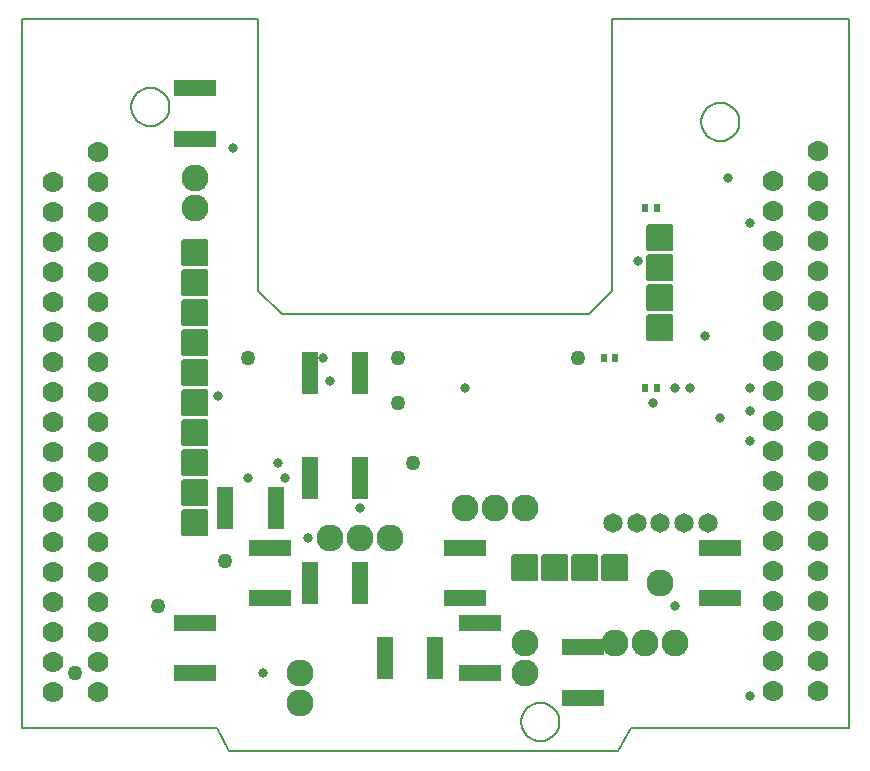
<source format=gbr>
G04 PROTEUS GERBER X2 FILE*
%TF.GenerationSoftware,Labcenter,Proteus,8.12-SP2-Build31155*%
%TF.CreationDate,2024-12-02T21:26:45+00:00*%
%TF.FileFunction,Soldermask,Bot*%
%TF.FilePolarity,Negative*%
%TF.Part,Single*%
%TF.SameCoordinates,{72233389-6efe-41d5-b27f-3128bedcde57}*%
%FSLAX45Y45*%
%MOMM*%
G01*
%TA.AperFunction,Material*%
%ADD27C,0.812800*%
%ADD28C,1.270000*%
%TA.AperFunction,Material*%
%ADD72C,1.778000*%
%TA.AperFunction,Material*%
%ADD30C,2.286000*%
%TA.AperFunction,Material*%
%ADD31C,1.651000*%
%AMPPAD026*
4,1,36,
1.016000,-1.143000,
-1.016000,-1.143000,
-1.041970,-1.140470,
-1.065980,-1.133200,
-1.087580,-1.121650,
-1.106290,-1.106290,
-1.121650,-1.087570,
-1.133200,-1.065980,
-1.140470,-1.041970,
-1.143000,-1.016000,
-1.143000,1.016000,
-1.140470,1.041970,
-1.133200,1.065980,
-1.121650,1.087570,
-1.106290,1.106290,
-1.087580,1.121650,
-1.065980,1.133200,
-1.041970,1.140470,
-1.016000,1.143000,
1.016000,1.143000,
1.041970,1.140470,
1.065980,1.133200,
1.087580,1.121650,
1.106290,1.106290,
1.121650,1.087570,
1.133200,1.065980,
1.140470,1.041970,
1.143000,1.016000,
1.143000,-1.016000,
1.140470,-1.041970,
1.133200,-1.065980,
1.121650,-1.087570,
1.106290,-1.106290,
1.087580,-1.121650,
1.065980,-1.133200,
1.041970,-1.140470,
1.016000,-1.143000,
0*%
%TA.AperFunction,Material*%
%ADD32PPAD026*%
%AMPPAD027*
4,1,36,
1.143000,1.016000,
1.143000,-1.016000,
1.140470,-1.041970,
1.133200,-1.065980,
1.121650,-1.087580,
1.106290,-1.106290,
1.087570,-1.121650,
1.065980,-1.133200,
1.041970,-1.140470,
1.016000,-1.143000,
-1.016000,-1.143000,
-1.041970,-1.140470,
-1.065980,-1.133200,
-1.087570,-1.121650,
-1.106290,-1.106290,
-1.121650,-1.087580,
-1.133200,-1.065980,
-1.140470,-1.041970,
-1.143000,-1.016000,
-1.143000,1.016000,
-1.140470,1.041970,
-1.133200,1.065980,
-1.121650,1.087580,
-1.106290,1.106290,
-1.087570,1.121650,
-1.065980,1.133200,
-1.041970,1.140470,
-1.016000,1.143000,
1.016000,1.143000,
1.041970,1.140470,
1.065980,1.133200,
1.087570,1.121650,
1.106290,1.106290,
1.121650,1.087580,
1.133200,1.065980,
1.140470,1.041970,
1.143000,1.016000,
0*%
%TA.AperFunction,Material*%
%ADD33PPAD027*%
%AMPPAD029*
4,1,4,
1.803400,-0.647700,
1.803400,0.647700,
-1.803400,0.647700,
-1.803400,-0.647700,
1.803400,-0.647700,
0*%
%TA.AperFunction,Material*%
%ADD35PPAD029*%
%AMPPAD030*
4,1,4,
-0.647700,-1.803400,
0.647700,-1.803400,
0.647700,1.803400,
-0.647700,1.803400,
-0.647700,-1.803400,
0*%
%ADD36PPAD030*%
%AMPPAD031*
4,1,4,
0.279400,0.304800,
-0.279400,0.304800,
-0.279400,-0.304800,
0.279400,-0.304800,
0.279400,0.304800,
0*%
%ADD37PPAD031*%
%TA.AperFunction,Profile*%
%ADD71C,0.203200*%
%TD.AperFunction*%
D27*
X+5214500Y+3952500D03*
X+5532000Y+1031500D03*
X+5341500Y+2746000D03*
X+5532000Y+2873000D03*
X+5786000Y+3317500D03*
D28*
X+3309500Y+2238000D03*
X+1722000Y+1412500D03*
D27*
X+1658500Y+2809500D03*
X+2230000Y+2111000D03*
X+1912500Y+2111000D03*
X+2166500Y+2238000D03*
D28*
X+4706500Y+3127000D03*
X+3182500Y+2746000D03*
X+452000Y+460000D03*
X+1150500Y+1031500D03*
X+3182500Y+3127000D03*
X+1912500Y+3127000D03*
D27*
X+2039500Y+460000D03*
X+5913000Y+2619000D03*
X+6167000Y+269500D03*
X+6167000Y+2428500D03*
X+2547500Y+3127000D03*
X+3754000Y+2873000D03*
X+5659000Y+2873000D03*
X+6167000Y+2873000D03*
X+6167000Y+4270000D03*
X+1785500Y+4905000D03*
X+2611000Y+2936500D03*
X+2420500Y+1603000D03*
X+6167000Y+2682500D03*
X+5976500Y+4651000D03*
X+2865000Y+1857000D03*
D72*
X+641000Y+4876000D03*
X+260000Y+4622000D03*
X+641000Y+4622000D03*
X+260000Y+4368000D03*
X+641000Y+4368000D03*
X+260000Y+4114000D03*
X+641000Y+4114000D03*
X+260000Y+3860000D03*
X+641000Y+3860000D03*
X+260000Y+3606000D03*
X+641000Y+3606000D03*
X+260000Y+3352000D03*
X+641000Y+3352000D03*
X+260000Y+3098000D03*
X+641000Y+3098000D03*
X+260000Y+2844000D03*
X+641000Y+2844000D03*
X+260000Y+2590000D03*
X+641000Y+2590000D03*
X+260000Y+2336000D03*
X+641000Y+2336000D03*
X+260000Y+2082000D03*
X+641000Y+2082000D03*
X+260000Y+1828000D03*
X+641000Y+1828000D03*
X+260000Y+1574000D03*
X+641000Y+1574000D03*
X+260000Y+1320000D03*
X+641000Y+1320000D03*
X+260000Y+1066000D03*
X+641000Y+1066000D03*
X+260000Y+812000D03*
X+641000Y+812000D03*
X+260000Y+558000D03*
X+641000Y+558000D03*
X+260000Y+304000D03*
X+641000Y+304000D03*
X+6737000Y+4880000D03*
X+6356000Y+4626000D03*
X+6737000Y+4626000D03*
X+6356000Y+4372000D03*
X+6737000Y+4372000D03*
X+6356000Y+4118000D03*
X+6737000Y+4118000D03*
X+6356000Y+3864000D03*
X+6737000Y+3864000D03*
X+6356000Y+3610000D03*
X+6737000Y+3610000D03*
X+6356000Y+3356000D03*
X+6737000Y+3356000D03*
X+6356000Y+3102000D03*
X+6737000Y+3102000D03*
X+6356000Y+2848000D03*
X+6737000Y+2848000D03*
X+6356000Y+2594000D03*
X+6737000Y+2594000D03*
X+6356000Y+2340000D03*
X+6737000Y+2340000D03*
X+6356000Y+2086000D03*
X+6737000Y+2086000D03*
X+6356000Y+1832000D03*
X+6737000Y+1832000D03*
X+6356000Y+1578000D03*
X+6737000Y+1578000D03*
X+6356000Y+1324000D03*
X+6737000Y+1324000D03*
X+6356000Y+1070000D03*
X+6737000Y+1070000D03*
X+6356000Y+816000D03*
X+6737000Y+816000D03*
X+6356000Y+562000D03*
X+6737000Y+562000D03*
X+6356000Y+308000D03*
X+6737000Y+308000D03*
D30*
X+3754000Y+1857000D03*
X+4008000Y+1857000D03*
X+4262000Y+1857000D03*
X+2357000Y+460000D03*
X+2357000Y+206000D03*
D31*
X+5005000Y+1730000D03*
X+5205000Y+1730000D03*
X+5405000Y+1730000D03*
X+5605000Y+1730000D03*
X+5805000Y+1730000D03*
D32*
X+5024000Y+1349000D03*
X+4770000Y+1349000D03*
X+4516000Y+1349000D03*
X+4262000Y+1349000D03*
D33*
X+1468000Y+4016000D03*
X+1468000Y+3762000D03*
X+1468000Y+3508000D03*
X+1468000Y+3254000D03*
X+1468000Y+3000000D03*
X+1468000Y+2746000D03*
X+1468000Y+2492000D03*
X+1468000Y+2238000D03*
X+1468000Y+1984000D03*
X+1468000Y+1730000D03*
D30*
X+5532000Y+714000D03*
X+5278000Y+714000D03*
X+5024000Y+714000D03*
X+4262000Y+460000D03*
X+4262000Y+714000D03*
X+3119000Y+1603000D03*
X+2865000Y+1603000D03*
X+2611000Y+1603000D03*
X+5405000Y+1222000D03*
X+1464000Y+4659000D03*
X+1464000Y+4405000D03*
D33*
X+5405000Y+4143000D03*
X+5405000Y+3889000D03*
X+5405000Y+3635000D03*
X+5405000Y+3381000D03*
D35*
X+3754000Y+1095000D03*
X+3754000Y+1525000D03*
X+3881000Y+460000D03*
X+3881000Y+890000D03*
X+1468000Y+5413000D03*
X+1468000Y+4983000D03*
D36*
X+2435000Y+3000000D03*
X+2865000Y+3000000D03*
X+2435000Y+1222000D03*
X+2865000Y+1222000D03*
X+3070000Y+587000D03*
X+3500000Y+587000D03*
D35*
X+4750000Y+680000D03*
X+4750000Y+250000D03*
X+5913000Y+1095000D03*
X+5913000Y+1525000D03*
D36*
X+2435000Y+2111000D03*
X+2865000Y+2111000D03*
D35*
X+1468000Y+460000D03*
X+1468000Y+890000D03*
X+2103000Y+1095000D03*
X+2103000Y+1525000D03*
D36*
X+2152000Y+1857000D03*
X+1722000Y+1857000D03*
D37*
X+5378000Y+4397000D03*
X+5278000Y+4397000D03*
X+5378000Y+2873000D03*
X+5278000Y+2873000D03*
X+4924000Y+3127000D03*
X+5024000Y+3127000D03*
D71*
X+0Y+0D02*
X+1650000Y+0D01*
X+7000000Y+0D02*
X+7000000Y+6000000D01*
X+5000000Y+6000000D01*
X+5000000Y+3700000D01*
X+4800000Y+3500000D01*
X+2200000Y+3500000D01*
X+2000000Y+3700000D02*
X+2000000Y+6000000D01*
X+0Y+6000000D01*
X+0Y+0D01*
X+2000000Y+3700000D02*
X+2200000Y+3500000D01*
X+5160000Y+0D02*
X+7000000Y+0D01*
X+1750000Y-200000D02*
X+5050000Y-200000D01*
X+1650000Y+0D02*
X+1750000Y-200000D01*
X+5160000Y+0D02*
X+5050000Y-200000D01*
X+4550045Y+50000D02*
X+4549508Y+63142D01*
X+4545144Y+89427D01*
X+4536029Y+115712D01*
X+4521182Y+141997D01*
X+4498470Y+168118D01*
X+4472185Y+187898D01*
X+4445900Y+200658D01*
X+4419615Y+208108D01*
X+4393330Y+210987D01*
X+4389000Y+211045D01*
X+4227955Y+50000D02*
X+4228492Y+63142D01*
X+4232856Y+89427D01*
X+4241971Y+115712D01*
X+4256818Y+141997D01*
X+4279530Y+168118D01*
X+4305815Y+187898D01*
X+4332100Y+200658D01*
X+4358385Y+208108D01*
X+4384670Y+210987D01*
X+4389000Y+211045D01*
X+4227955Y+50000D02*
X+4228492Y+36858D01*
X+4232856Y+10573D01*
X+4241971Y-15712D01*
X+4256818Y-41997D01*
X+4279530Y-68118D01*
X+4305815Y-87898D01*
X+4332100Y-100658D01*
X+4358385Y-108108D01*
X+4384670Y-110987D01*
X+4389000Y-111045D01*
X+4550045Y+50000D02*
X+4549508Y+36858D01*
X+4545144Y+10573D01*
X+4536029Y-15712D01*
X+4521182Y-41997D01*
X+4498470Y-68118D01*
X+4472185Y-87898D01*
X+4445900Y-100658D01*
X+4419615Y-108108D01*
X+4393330Y-110987D01*
X+4389000Y-111045D01*
X+6074045Y+5130000D02*
X+6073508Y+5143142D01*
X+6069144Y+5169427D01*
X+6060029Y+5195712D01*
X+6045182Y+5221997D01*
X+6022470Y+5248118D01*
X+5996185Y+5267898D01*
X+5969900Y+5280658D01*
X+5943615Y+5288108D01*
X+5917330Y+5290987D01*
X+5913000Y+5291045D01*
X+5751955Y+5130000D02*
X+5752492Y+5143142D01*
X+5756856Y+5169427D01*
X+5765971Y+5195712D01*
X+5780818Y+5221997D01*
X+5803530Y+5248118D01*
X+5829815Y+5267898D01*
X+5856100Y+5280658D01*
X+5882385Y+5288108D01*
X+5908670Y+5290987D01*
X+5913000Y+5291045D01*
X+5751955Y+5130000D02*
X+5752492Y+5116858D01*
X+5756856Y+5090573D01*
X+5765971Y+5064288D01*
X+5780818Y+5038003D01*
X+5803530Y+5011882D01*
X+5829815Y+4992102D01*
X+5856100Y+4979342D01*
X+5882385Y+4971892D01*
X+5908670Y+4969013D01*
X+5913000Y+4968955D01*
X+6074045Y+5130000D02*
X+6073508Y+5116858D01*
X+6069144Y+5090573D01*
X+6060029Y+5064288D01*
X+6045182Y+5038003D01*
X+6022470Y+5011882D01*
X+5996185Y+4992102D01*
X+5969900Y+4979342D01*
X+5943615Y+4971892D01*
X+5917330Y+4969013D01*
X+5913000Y+4968955D01*
X+1248045Y+5257000D02*
X+1247508Y+5270142D01*
X+1243144Y+5296427D01*
X+1234029Y+5322712D01*
X+1219182Y+5348997D01*
X+1196470Y+5375118D01*
X+1170185Y+5394898D01*
X+1143900Y+5407658D01*
X+1117615Y+5415108D01*
X+1091330Y+5417987D01*
X+1087000Y+5418045D01*
X+925955Y+5257000D02*
X+926492Y+5270142D01*
X+930856Y+5296427D01*
X+939971Y+5322712D01*
X+954818Y+5348997D01*
X+977530Y+5375118D01*
X+1003815Y+5394898D01*
X+1030100Y+5407658D01*
X+1056385Y+5415108D01*
X+1082670Y+5417987D01*
X+1087000Y+5418045D01*
X+925955Y+5257000D02*
X+926492Y+5243858D01*
X+930856Y+5217573D01*
X+939971Y+5191288D01*
X+954818Y+5165003D01*
X+977530Y+5138882D01*
X+1003815Y+5119102D01*
X+1030100Y+5106342D01*
X+1056385Y+5098892D01*
X+1082670Y+5096013D01*
X+1087000Y+5095955D01*
X+1248045Y+5257000D02*
X+1247508Y+5243858D01*
X+1243144Y+5217573D01*
X+1234029Y+5191288D01*
X+1219182Y+5165003D01*
X+1196470Y+5138882D01*
X+1170185Y+5119102D01*
X+1143900Y+5106342D01*
X+1117615Y+5098892D01*
X+1091330Y+5096013D01*
X+1087000Y+5095955D01*
M02*

</source>
